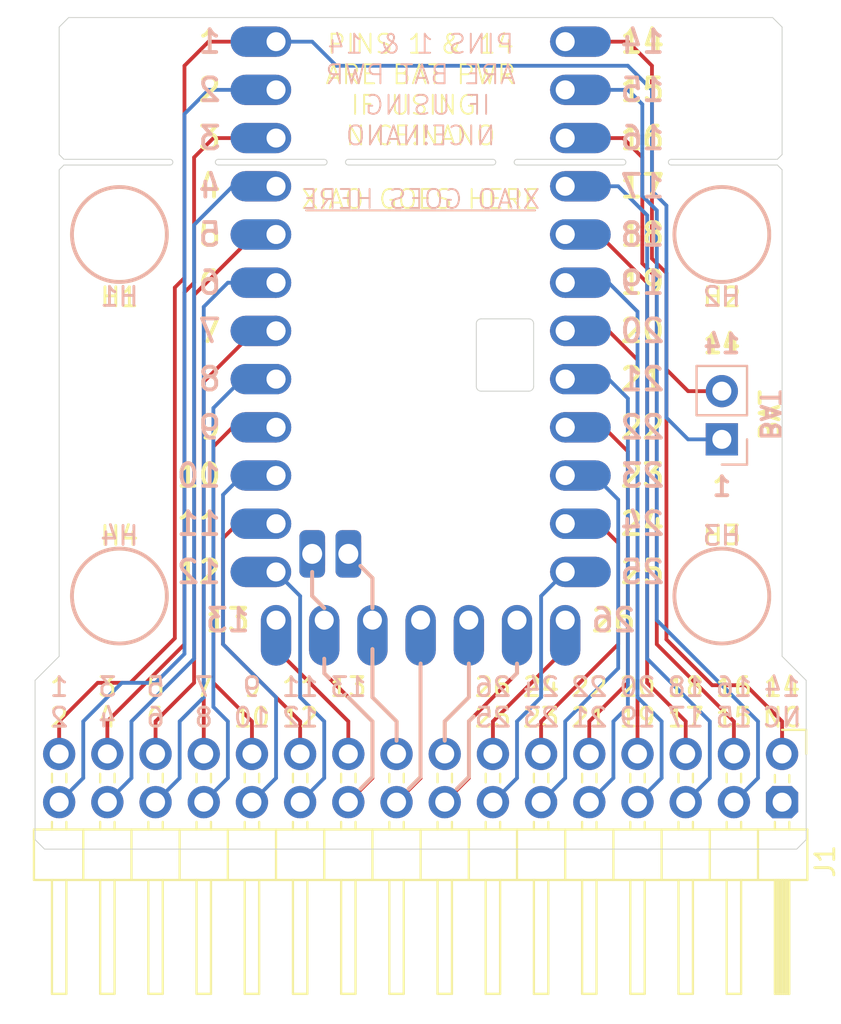
<source format=kicad_pcb>
(kicad_pcb (version 20240108) (generator "pcbnew") (generator_version "8.0")
  (layers (0 "F.Cu" signal) (31 "B.Cu" signal) (34 "B.Paste" user) (35 "F.Paste" user) (36 "B.SilkS" user "B.Silkscreen") (37 "F.SilkS" user "F.Silkscreen") (38 "B.Mask" user) (39 "F.Mask" user) (44 "Edge.Cuts" user))
  (net 0 "")
  (net 1 "19")
  (net 2 "11")
  (net 3 "26")
  (net 4 "14")
  (net 5 "7")
  (net 6 "23")
  (net 7 "8")
  (net 8 "12")
  (net 9 "16")
  (net 10 "17")
  (net 11 "6")
  (net 12 "28")
  (net 13 "31")
  (net 14 "24")
  (net 15 "29")
  (net 16 "9")
  (net 17 "5")
  (net 18 "1")
  (net 19 "18")
  (net 20 "2")
  (net 21 "32")
  (net 22 "30")
  (net 23 "13")
  (net 24 "15")
  (net 25 "4")
  (net 26 "10")
  (net 27 "25")
  (net 28 "21")
  (net 29 "22")
  (net 30 "27")
  (net 31 "3")
  (net 32 "20")
  (footprint "Connector_PinHeader_2.54mm:PinHeader_1x02_P2.54mm_Vertical" (layer "F.Cu") (at 53.975 36.195 180)
    (property "Reference" "J2" (hide yes))
    (property "Value" "Conn_01x02")
    (pad "1" thru_hole rect (at 0 0 180) (size 1.7 1.7) (drill 1) (layers "*.Cu" "*.Mask") (net 13 "31"))
    (pad "2" thru_hole oval (at 0 2.54 180) (size 1.7 1.7) (drill 1) (layers "*.Cu" "*.Mask") (net 18 "1"))
  )
  (footprint "MountingHole:MountingHole_2.2mm_M2" (layer "F.Cu") (at 53.975 25.4 180)
    (property "Reference" "H2" (at 0 -3.302 180) (layer "F.SilkS"))
    (property "Value" "MountingHole")
    (pad "" np_thru_hole circle (at 0 0 180) (size 2.2 2.2) (drill 2.2) (layers "*.Cu" "*.Mask"))
  )
  (footprint "PCM_marbastlib-xp-promicroish:Pluto_AH_USBup" (layer "F.Cu") (at 38.1 31.75)
    (property "Reference" "U1" (hide yes))
    (property "Value" "Pluto")
    (pad "1" thru_hole roundrect (at -7.62 -13.97 180) (size 3.2 1.6) (drill 1 (offset 0.8 0)) (layers "*.Cu" "*.Mask") (roundrect_rratio 0.5) (net 21 "32"))
    (pad "2" thru_hole roundrect (at -7.62 -11.43 180) (size 3.2 1.6) (drill 1 (offset 0.8 0)) (layers "*.Cu" "*.Mask") (roundrect_rratio 0.5) (net 15 "29"))
    (pad "3" thru_hole roundrect (at -7.62 -8.89 180) (size 3.2 1.6) (drill 1 (offset 0.8 0)) (layers "*.Cu" "*.Mask") (roundrect_rratio 0.5) (net 22 "30"))
    (pad "4" thru_hole roundrect (at -7.62 -6.35 180) (size 3.2 1.6) (drill 1 (offset 0.8 0)) (layers "*.Cu" "*.Mask") (roundrect_rratio 0.5) (net 30 "27"))
    (pad "5" thru_hole roundrect (at -7.62 -3.81 180) (size 3.2 1.6) (drill 1 (offset 0.8 0)) (layers "*.Cu" "*.Mask") (roundrect_rratio 0.5) (net 12 "28"))
    (pad "6" thru_hole roundrect (at -7.62 -1.27 180) (size 3.2 1.6) (drill 1 (offset 0.8 0)) (layers "*.Cu" "*.Mask") (roundrect_rratio 0.5) (net 27 "25"))
    (pad "7" thru_hole roundrect (at -7.62 1.27 180) (size 3.2 1.6) (drill 1 (offset 0.8 0)) (layers "*.Cu" "*.Mask") (roundrect_rratio 0.5) (net 3 "26"))
    (pad "8" thru_hole roundrect (at -7.62 3.81 180) (size 3.2 1.6) (drill 1 (offset 0.8 0)) (layers "*.Cu" "*.Mask") (roundrect_rratio 0.5) (net 6 "23"))
    (pad "9" thru_hole roundrect (at -7.62 6.35 180) (size 3.2 1.6) (drill 1 (offset 0.8 0)) (layers "*.Cu" "*.Mask") (roundrect_rratio 0.5) (net 14 "24"))
    (pad "10" thru_hole roundrect (at -7.62 8.89 180) (size 3.2 1.6) (drill 1 (offset 0.8 0)) (layers "*.Cu" "*.Mask") (roundrect_rratio 0.5) (net 28 "21"))
    (pad "11" thru_hole roundrect (at -7.62 11.43 180) (size 3.2 1.6) (drill 1 (offset 0.8 0)) (layers "*.Cu" "*.Mask") (roundrect_rratio 0.5) (net 29 "22"))
    (pad "12" thru_hole roundrect (at -7.62 13.97 270) (size 3.2 1.6) (drill 1 (offset 0.8 0)) (layers "*.Cu" "*.Mask") (roundrect_rratio 0.5) (net 1 "19"))
    (pad "13" thru_hole roundrect (at 7.62 -13.97) (size 3.2 1.6) (drill 1 (offset 0.8 0)) (layers "*.Cu" "*.Mask") (roundrect_rratio 0.5) (net 25 "4"))
    (pad "14" thru_hole roundrect (at 7.62 -11.43) (size 3.2 1.6) (drill 1 (offset 0.8 0)) (layers "*.Cu" "*.Mask") (roundrect_rratio 0.5) (net 31 "3"))
    (pad "15" thru_hole roundrect (at 7.62 -8.89) (size 3.2 1.6) (drill 1 (offset 0.8 0)) (layers "*.Cu" "*.Mask") (roundrect_rratio 0.5) (net 11 "6"))
    (pad "16" thru_hole roundrect (at 7.62 -6.35) (size 3.2 1.6) (drill 1 (offset 0.8 0)) (layers "*.Cu" "*.Mask") (roundrect_rratio 0.5) (net 17 "5"))
    (pad "17" thru_hole roundrect (at 7.62 -3.81) (size 3.2 1.6) (drill 1 (offset 0.8 0)) (layers "*.Cu" "*.Mask") (roundrect_rratio 0.5) (net 7 "8"))
    (pad "18" thru_hole roundrect (at 7.62 -1.27) (size 3.2 1.6) (drill 1 (offset 0.8 0)) (layers "*.Cu" "*.Mask") (roundrect_rratio 0.5) (net 5 "7"))
    (pad "19" thru_hole roundrect (at 7.62 1.27) (size 3.2 1.6) (drill 1 (offset 0.8 0)) (layers "*.Cu" "*.Mask") (roundrect_rratio 0.5) (net 26 "10"))
    (pad "20" thru_hole roundrect (at 7.62 3.81) (size 3.2 1.6) (drill 1 (offset 0.8 0)) (layers "*.Cu" "*.Mask") (roundrect_rratio 0.5) (net 16 "9"))
    (pad "21" thru_hole roundrect (at 7.62 6.35) (size 3.2 1.6) (drill 1 (offset 0.8 0)) (layers "*.Cu" "*.Mask") (roundrect_rratio 0.5) (net 8 "12"))
    (pad "22" thru_hole roundrect (at 7.62 8.89) (size 3.2 1.6) (drill 1 (offset 0.8 0)) (layers "*.Cu" "*.Mask") (roundrect_rratio 0.5) (net 2 "11"))
    (pad "23" thru_hole roundrect (at 7.62 11.43) (size 3.2 1.6) (drill 1 (offset 0.8 0)) (layers "*.Cu" "*.Mask") (roundrect_rratio 0.5) (net 4 "14"))
    (pad "24" thru_hole roundrect (at 7.62 13.97 270) (size 3.2 1.6) (drill 1 (offset 0.8 0)) (layers "*.Cu" "*.Mask") (roundrect_rratio 0.5) (net 23 "13"))
    (pad "25" thru_hole roundrect (at -5.08 13.97 270) (size 3.2 1.6) (drill 1 (offset 0.8 0)) (layers "*.Cu" "*.Mask") (roundrect_rratio 0.5) (net 32 "20"))
    (pad "26" thru_hole roundrect (at -2.54 13.97 270) (size 3.2 1.6) (drill 1 (offset 0.8 0)) (layers "*.Cu" "*.Mask") (roundrect_rratio 0.5) (net 10 "17"))
    (pad "27" thru_hole roundrect (at 0 13.97 270) (size 3.2 1.6) (drill 1 (offset 0.8 0)) (layers "*.Cu" "*.Mask") (roundrect_rratio 0.5) (net 19 "18"))
    (pad "28" thru_hole roundrect (at 2.54 13.97 270) (size 3.2 1.6) (drill 1 (offset 0.8 0)) (layers "*.Cu" "*.Mask") (roundrect_rratio 0.5) (net 24 "15"))
    (pad "29" thru_hole roundrect (at 5.08 13.97 270) (size 3.2 1.6) (drill 1 (offset 0.8 0)) (layers "*.Cu" "*.Mask") (roundrect_rratio 0.5) (net 9 "16"))
    (pad "30" thru_hole roundrect (at 7.62 -16.51) (size 3.2 1.6) (drill 1 (offset 0.8 0)) (layers "*.Cu" "*.Mask") (roundrect_rratio 0.5) (net 18 "1"))
    (pad "31" thru_hole roundrect (at -7.62 -16.51 180) (size 3.2 1.6) (drill 1 (offset 0.8 0)) (layers "*.Cu" "*.Mask") (roundrect_rratio 0.5) (net 13 "31"))
  )
  (footprint "Connector_PinHeader_2.54mm:PinHeader_2x16_P2.54mm_Horizontal" (layer "F.Cu") (at 57.15 52.77 -90)
    (property "Reference" "J1" (at 5.655 -2.27 90) (layer "F.SilkS"))
    (property "Value" "Conn_02x16_Odd_Even")
    (pad "1" thru_hole oval (at 0 0 270) (size 1.7 1.7) (drill 1) (layers "*.Cu" "*.Mask") (net 18 "1"))
    (pad "2" thru_hole roundrect (at 2.54 0 270) (size 1.7 1.7) (drill 1) (layers "*.Cu" "*.Mask") (roundrect_rratio 0) (chamfer_ratio 0.2) (chamfer top_left top_right bottom_left bottom_right) (net 20 "2"))
    (pad "3" thru_hole oval (at 0 2.54 270) (size 1.7 1.7) (drill 1) (layers "*.Cu" "*.Mask") (net 31 "3"))
    (pad "4" thru_hole oval (at 2.54 2.54 270) (size 1.7 1.7) (drill 1) (layers "*.Cu" "*.Mask") (net 25 "4"))
    (pad "5" thru_hole oval (at 0 5.079999 270) (size 1.7 1.7) (drill 1) (layers "*.Cu" "*.Mask") (net 17 "5"))
    (pad "6" thru_hole oval (at 2.54 5.08 270) (size 1.7 1.7) (drill 1) (layers "*.Cu" "*.Mask") (net 11 "6"))
    (pad "7" thru_hole oval (at 0 7.62 270) (size 1.7 1.7) (drill 1) (layers "*.Cu" "*.Mask") (net 5 "7"))
    (pad "8" thru_hole oval (at 2.54 7.62 270) (size 1.7 1.7) (drill 1) (layers "*.Cu" "*.Mask") (net 7 "8"))
    (pad "9" thru_hole oval (at 0 10.16 270) (size 1.7 1.7) (drill 1) (layers "*.Cu" "*.Mask") (net 16 "9"))
    (pad "10" thru_hole oval (at 2.54 10.16 270) (size 1.7 1.7) (drill 1) (layers "*.Cu" "*.Mask") (net 26 "10"))
    (pad "11" thru_hole oval (at 0 12.7 270) (size 1.7 1.7) (drill 1) (layers "*.Cu" "*.Mask") (net 2 "11"))
    (pad "12" thru_hole oval (at 2.54 12.7 270) (size 1.7 1.7) (drill 1) (layers "*.Cu" "*.Mask") (net 8 "12"))
    (pad "13" thru_hole oval (at 0 15.24 270) (size 1.7 1.7) (drill 1) (layers "*.Cu" "*.Mask") (net 23 "13"))
    (pad "14" thru_hole oval (at 2.54 15.24 270) (size 1.7 1.7) (drill 1) (layers "*.Cu" "*.Mask") (net 4 "14"))
    (pad "15" thru_hole oval (at 0 17.780001 270) (size 1.7 1.7) (drill 1) (layers "*.Cu" "*.Mask") (net 24 "15"))
    (pad "16" thru_hole oval (at 2.54 17.78 270) (size 1.7 1.7) (drill 1) (layers "*.Cu" "*.Mask") (net 9 "16"))
    (pad "17" thru_hole oval (at 0 20.32 270) (size 1.7 1.7) (drill 1) (layers "*.Cu" "*.Mask") (net 10 "17"))
    (pad "18" thru_hole oval (at 2.54 20.32 270) (size 1.7 1.7) (drill 1) (layers "*.Cu" "*.Mask") (net 19 "18"))
    (pad "19" thru_hole oval (at 0 22.86 270) (size 1.7 1.7) (drill 1) (layers "*.Cu" "*.Mask") (net 1 "19"))
    (pad "20" thru_hole oval (at 2.54 22.86 270) (size 1.7 1.7) (drill 1) (layers "*.Cu" "*.Mask") (net 32 "20"))
    (pad "21" thru_hole oval (at 0 25.4 270) (size 1.7 1.7) (drill 1) (layers "*.Cu" "*.Mask") (net 28 "21"))
    (pad "22" thru_hole oval (at 2.54 25.4 270) (size 1.7 1.7) (drill 1) (layers "*.Cu" "*.Mask") (net 29 "22"))
    (pad "23" thru_hole oval (at 0 27.939999 270) (size 1.7 1.7) (drill 1) (layers "*.Cu" "*.Mask") (net 6 "23"))
    (pad "24" thru_hole oval (at 2.54 27.94 270) (size 1.7 1.7) (drill 1) (layers "*.Cu" "*.Mask") (net 14 "24"))
    (pad "25" thru_hole oval (at 0 30.48 270) (size 1.7 1.7) (drill 1) (layers "*.Cu" "*.Mask") (net 27 "25"))
    (pad "26" thru_hole oval (at 2.54 30.48 270) (size 1.7 1.7) (drill 1) (layers "*.Cu" "*.Mask") (net 3 "26"))
    (pad "27" thru_hole oval (at 0 33.02 270) (size 1.7 1.7) (drill 1) (layers "*.Cu" "*.Mask") (net 30 "27"))
    (pad "28" thru_hole oval (at 2.54 33.02 270) (size 1.7 1.7) (drill 1) (layers "*.Cu" "*.Mask") (net 12 "28"))
    (pad "29" thru_hole oval (at 0 35.56 270) (size 1.7 1.7) (drill 1) (layers "*.Cu" "*.Mask") (net 15 "29"))
    (pad "30" thru_hole oval (at 2.54 35.56 270) (size 1.7 1.7) (drill 1) (layers "*.Cu" "*.Mask") (net 22 "30"))
    (pad "31" thru_hole oval (at 0 38.099999 270) (size 1.7 1.7) (drill 1) (layers "*.Cu" "*.Mask") (net 13 "31"))
    (pad "32" thru_hole oval (at 2.54 38.1 270) (size 1.7 1.7) (drill 1) (layers "*.Cu" "*.Mask") (net 21 "32"))
  )
  (footprint "MountingHole:MountingHole_2.2mm_M2" (layer "F.Cu") (at 22.225 25.4 180)
    (property "Reference" "H1" (at 0 -3.302 180) (layer "F.SilkS"))
    (property "Value" "MountingHole")
    (pad "" np_thru_hole circle (at 0 0 180) (size 2.2 2.2) (drill 2.2) (layers "*.Cu" "*.Mask"))
  )
  (footprint "MountingHole:MountingHole_2.2mm_M2" (layer "F.Cu") (at 22.225 44.45)
    (property "Reference" "H4" (at 0 -3.175 0) (layer "F.SilkS"))
    (property "Value" "MountingHole")
    (pad "" np_thru_hole circle (at 0 0) (size 2.2 2.2) (drill 2.2) (layers "*.Cu" "*.Mask"))
  )
  (footprint "MountingHole:MountingHole_2.2mm_M2" (layer "F.Cu") (at 53.975 44.45)
    (property "Reference" "H3" (at 0 -3.2 0) (layer "F.SilkS"))
    (property "Value" "MountingHole")
    (pad "" np_thru_hole circle (at 0 0) (size 2.2 2.2) (drill 2.2) (layers "*.Cu" "*.Mask"))
  )
  (footprint "PCM_marbastlib-xp-promicroish:Xiao_nRF52840_ACH" (layer "B.Cu") (at 38.1 33.02 180)
    (property "Reference" "U2" (hide yes))
    (property "Value" "Seeeduino Xiao nRF52840")
    (pad "1" thru_hole circle (at -7.62 7.62 180) (size 1.6 1.6) (drill 1) (layers "*.Cu" "*.Mask") (net 17 "5"))
    (pad "2" thru_hole circle (at -7.62 5.08 180) (size 1.6 1.6) (drill 1) (layers "*.Cu" "*.Mask") (net 7 "8"))
    (pad "3" thru_hole circle (at -7.62 2.54 180) (size 1.6 1.6) (drill 1) (layers "*.Cu" "*.Mask") (net 5 "7"))
    (pad "4" thru_hole circle (at -7.62 0 180) (size 1.6 1.6) (drill 1) (layers "*.Cu" "*.Mask") (net 26 "10"))
    (pad "5" thru_hole circle (at -7.62 -2.54 180) (size 1.6 1.6) (drill 1) (layers "*.Cu" "*.Mask") (net 16 "9"))
    (pad "6" thru_hole circle (at -7.62 -5.08 180) (size 1.6 1.6) (drill 1) (layers "*.Cu" "*.Mask") (net 8 "12"))
    (pad "7" thru_hole circle (at -7.62 -7.62 180) (size 1.6 1.6) (drill 1) (layers "*.Cu" "*.Mask") (net 2 "11"))
    (pad "8" thru_hole circle (at 7.62 7.62) (size 1.6 1.6) (drill 1) (layers "*.Cu" "*.Mask") (net 30 "27"))
    (pad "9" thru_hole circle (at 7.62 5.08) (size 1.6 1.6) (drill 1) (layers "*.Cu" "*.Mask") (net 12 "28"))
    (pad "10" thru_hole circle (at 7.62 2.54) (size 1.6 1.6) (drill 1) (layers "*.Cu" "*.Mask") (net 27 "25"))
    (pad "11" thru_hole circle (at 7.62 0) (size 1.6 1.6) (drill 1) (layers "*.Cu" "*.Mask") (net 3 "26"))
    (pad "12" thru_hole circle (at 7.62 -2.54) (size 1.6 1.6) (drill 1) (layers "*.Cu" "*.Mask") (net 6 "23"))
    (pad "13" thru_hole circle (at 7.62 -5.08 180) (size 1.6 1.6) (drill 1) (layers "*.Cu" "*.Mask") (net 14 "24"))
    (pad "14" thru_hole circle (at 7.62 -7.62 180) (size 1.6 1.6) (drill 1) (layers "*.Cu" "*.Mask") (net 28 "21"))
    (pad "17" thru_hole roundrect (at 3.81 -9.2075 90) (size 1.8 1.35) (drill 1.05) (layers "*.Cu" "*.Mask") (net 10 "17"))
    (pad "17" smd roundrect (at 3.81 -9.2075 270) (size 2.5 1.35) (layers "F.Cu" "F.Mask") (net 10 "17"))
    (pad "17" smd roundrect (at 3.81 -9.2075 90) (size 2.5 1.35) (layers "B.Cu" "B.Mask") (net 10 "17"))
    (pad "18" thru_hole roundrect (at 5.715 -9.2075 90) (size 1.8 1.35) (drill 1.05) (layers "*.Cu" "*.Mask") (net 32 "20"))
    (pad "18" smd roundrect (at 5.715 -9.2075 270) (size 2.5 1.35) (layers "F.Cu" "F.Mask") (net 32 "20"))
    (pad "18" smd roundrect (at 5.715 -9.2075 90) (size 2.5 1.35) (layers "B.Cu" "B.Mask") (net 32 "20"))
  )
  (gr_line (start 40.64 53.975001) (end 40.64 51.054) (stroke (width 0.2)) (layer "B.SilkS"))
  (gr_circle (center 22.225 25.4) (end 24.725 25.4) (stroke (width 0.2)) (fill none) (layer "B.SilkS"))
  (gr_line (start 40.005 54.61) (end 40.64 53.975) (stroke (width 0.2)) (layer "B.SilkS"))
  (gr_line (start 42.926 48.768) (end 43.18 48.514) (stroke (width 0.2)) (layer "B.SilkS"))
  (gr_line (start 40.64 49.784) (end 40.64 48.006) (stroke (width 0.2)) (layer "B.SilkS"))
  (gr_line (start 36.83 52.07) (end 36.83 51.054) (stroke (width 0.2)) (layer "B.SilkS"))
  (gr_line (start 35.56 51.054) (end 35.56 53.975) (stroke (width 0.2)) (layer "B.SilkS"))
  (gr_line (start 35.56 43.4975) (end 34.925 42.8625) (stroke (width 0.2)) (layer "B.SilkS"))
  (gr_line (start 35.56 49.784) (end 36.83 51.054) (stroke (width 0.2)) (layer "B.SilkS"))
  (gr_line (start 40.64 51.054) (end 40.894 50.8) (stroke (width 0.2)) (layer "B.SilkS"))
  (gr_circle (center 53.975 44.45) (end 56.475 44.45) (stroke (width 0.2)) (fill none) (layer "B.SilkS"))
  (gr_circle (center 22.225 44.45) (end 24.725 44.45) (stroke (width 0.2)) (fill none) (layer "B.SilkS"))
  (gr_line (start 35.56 49.784) (end 35.56 47.244) (stroke (width 0.2)) (layer "B.SilkS"))
  (gr_line (start 39.37 51.054) (end 40.64 49.784) (stroke (width 0.2)) (layer "B.SilkS"))
  (gr_line (start 37.465 54.61) (end 38.1 53.975) (stroke (width 0.2)) (layer "B.SilkS"))
  (gr_line (start 38.1 53.975) (end 38.1 48.006) (stroke (width 0.2)) (layer "B.SilkS"))
  (gr_line (start 32.385 44.45) (end 32.385 43.18) (stroke (width 0.2)) (layer "B.SilkS"))
  (gr_line (start 34.29 49.784) (end 35.56 51.054) (stroke (width 0.2)) (layer "B.SilkS"))
  (gr_line (start 39.37 51.054) (end 39.37 52.07) (stroke (width 0.2)) (layer "B.SilkS"))
  (gr_line (start 34.925 54.61) (end 35.56 53.975) (stroke (width 0.2)) (layer "B.SilkS"))
  (gr_line (start 35.56 45.085) (end 35.56 43.4975) (stroke (width 0.2)) (layer "B.SilkS"))
  (gr_line (start 32.0675 24.13) (end 44.1325 24.13) (stroke (width 0.1)) (layer "B.SilkS"))
  (gr_line (start 33.02 48.514) (end 33.274 48.768) (stroke (width 0.2)) (layer "B.SilkS"))
  (gr_line (start 32.385 44.45) (end 33.02 45.085) (stroke (width 0.2)) (layer "B.SilkS"))
  (gr_circle (center 53.975 25.4) (end 56.475 25.4) (stroke (width 0.2)) (fill none) (layer "B.SilkS"))
  (gr_line (start 43.18 48.514) (end 43.18 48.006) (stroke (width 0.2)) (layer "B.SilkS"))
  (gr_line (start 33.02 48.514) (end 33.02 47.752) (stroke (width 0.2)) (layer "B.SilkS"))
  (gr_line (start 35.56 43.4975) (end 35.56 45.085) (stroke (width 0.2)) (layer "F.SilkS"))
  (gr_line (start 35.56 51.054) (end 35.56 53.975) (stroke (width 0.2)) (layer "F.SilkS"))
  (gr_circle (center 53.975 44.45) (end 56.475 44.45) (stroke (width 0.2)) (fill none) (layer "F.SilkS"))
  (gr_line (start 40.64 48.006) (end 40.64 49.784) (stroke (width 0.2)) (layer "F.SilkS"))
  (gr_line (start 40.894 50.8) (end 40.64 51.054) (stroke (width 0.2)) (layer "F.SilkS"))
  (gr_circle (center 22.225 44.45) (end 24.725 44.45) (stroke (width 0.2)) (fill none) (layer "F.SilkS"))
  (gr_line (start 32.385 43.18) (end 32.385 44.45) (stroke (width 0.2)) (layer "F.SilkS"))
  (gr_line (start 43.18 48.006) (end 43.18 48.514) (stroke (width 0.2)) (layer "F.SilkS"))
  (gr_line (start 39.37 51.054) (end 39.37 52.07) (stroke (width 0.2)) (layer "F.SilkS"))
  (gr_line (start 36.83 51.054) (end 36.83 52.07) (stroke (width 0.2)) (layer "F.SilkS"))
  (gr_line (start 43.18 48.514) (end 42.926 48.768) (stroke (width 0.2)) (layer "F.SilkS"))
  (gr_line (start 35.56 43.4975) (end 34.925 42.8625) (stroke (width 0.2)) (layer "F.SilkS"))
  (gr_circle (center 53.975 25.4) (end 56.475 25.4) (stroke (width 0.2)) (fill none) (layer "F.SilkS"))
  (gr_line (start 40.64 51.054) (end 40.64 53.975) (stroke (width 0.2)) (layer "F.SilkS"))
  (gr_line (start 35.56 47.244) (end 35.56 49.784) (stroke (width 0.2)) (layer "F.SilkS"))
  (gr_circle (center 22.225 25.4) (end 24.725 25.4) (stroke (width 0.2)) (fill none) (layer "F.SilkS"))
  (gr_line (start 32.0675 24.13) (end 44.1325 24.13) (stroke (width 0.1)) (layer "F.SilkS"))
  (gr_line (start 33.02 47.752) (end 33.02 48.514) (stroke (width 0.2)) (layer "F.SilkS"))
  (gr_line (start 38.1 53.975) (end 37.465 54.61) (stroke (width 0.2)) (layer "F.SilkS"))
  (gr_line (start 34.29 49.784) (end 35.56 51.054) (stroke (width 0.2)) (layer "F.SilkS"))
  (gr_line (start 33.02 45.085) (end 32.385 44.45) (stroke (width 0.2)) (layer "F.SilkS"))
  (gr_line (start 35.56 49.784) (end 36.83 51.054) (stroke (width 0.2)) (layer "F.SilkS"))
  (gr_line (start 40.64 49.784) (end 39.37 51.054) (stroke (width 0.2)) (layer "F.SilkS"))
  (gr_line (start 38.1 48.006) (end 38.1 53.975) (stroke (width 0.2)) (layer "F.SilkS"))
  (gr_line (start 33.02 48.514) (end 33.274 48.768) (stroke (width 0.2)) (layer "F.SilkS"))
  (gr_line (start 35.56 53.975) (end 34.925 54.61) (stroke (width 0.2)) (layer "F.SilkS"))
  (gr_line (start 40.64 53.975) (end 40.005 54.61) (stroke (width 0.2)) (layer "F.SilkS"))
  (gr_arc (start 48.768 21.44) (mid 48.918 21.59) (end 48.768 21.74) (stroke (width 0.05)) (layer "Edge.Cuts"))
  (gr_line (start 27.432 21.44) (end 33.02 21.44) (stroke (width 0.05)) (layer "Edge.Cuts"))
  (gr_arc (start 41.285 33.655) (mid 41.108223 33.581777) (end 41.035 33.405) (stroke (width 0.05)) (layer "Edge.Cuts"))
  (gr_line (start 43.18 21.44) (end 48.768 21.44) (stroke (width 0.05)) (layer "Edge.Cuts"))
  (gr_line (start 56.9 21.74) (end 57.15 21.99) (stroke (width 0.05)) (layer "Edge.Cuts"))
  (gr_line (start 17.78 57.285) (end 18.28 57.785) (stroke (width 0.05)) (layer "Edge.Cuts"))
  (gr_line (start 44.055 30.095) (end 44.055 33.405) (stroke (width 0.05)) (layer "Edge.Cuts"))
  (gr_arc (start 27.432 21.74) (mid 27.282 21.59) (end 27.432 21.44) (stroke (width 0.05)) (layer "Edge.Cuts"))
  (gr_line (start 34.29 21.44) (end 41.91 21.44) (stroke (width 0.05)) (layer "Edge.Cuts"))
  (gr_line (start 56.65 13.97) (end 57.15 14.47) (stroke (width 0.05)) (layer "Edge.Cuts"))
  (gr_arc (start 33.02 21.44) (mid 33.17 21.59) (end 33.02 21.74) (stroke (width 0.05)) (layer "Edge.Cuts"))
  (gr_arc (start 43.18 21.74) (mid 43.03 21.59) (end 43.18 21.44) (stroke (width 0.05)) (layer "Edge.Cuts"))
  (gr_line (start 57.15 47.625) (end 58.42 48.895) (stroke (width 0.05)) (layer "Edge.Cuts"))
  (gr_line (start 19.05 47.625) (end 17.78 48.895) (stroke (width 0.05)) (layer "Edge.Cuts"))
  (gr_arc (start 34.29 21.74) (mid 34.14 21.59) (end 34.29 21.44) (stroke (width 0.05)) (layer "Edge.Cuts"))
  (gr_arc (start 24.892 21.44) (mid 25.042 21.59) (end 24.892 21.74) (stroke (width 0.05)) (layer "Edge.Cuts"))
  (gr_line (start 19.3 21.74) (end 19.05 21.99) (stroke (width 0.05)) (layer "Edge.Cuts"))
  (gr_line (start 57.92 57.785) (end 18.28 57.785) (stroke (width 0.05)) (layer "Edge.Cuts"))
  (gr_line (start 19.3 21.44) (end 24.892 21.44) (stroke (width 0.05)) (layer "Edge.Cuts"))
  (gr_line (start 58.42 57.285) (end 57.92 57.785) (stroke (width 0.05)) (layer "Edge.Cuts"))
  (gr_arc (start 44.055 33.405) (mid 43.981777 33.581777) (end 43.805 33.655) (stroke (width 0.05)) (layer "Edge.Cuts"))
  (gr_line (start 51.308 21.44) (end 56.9 21.44) (stroke (width 0.05)) (layer "Edge.Cuts"))
  (gr_arc (start 41.91 21.44) (mid 42.06 21.59) (end 41.91 21.74) (stroke (width 0.05)) (layer "Edge.Cuts"))
  (gr_line (start 56.9 21.44) (end 57.15 21.19) (stroke (width 0.05)) (layer "Edge.Cuts"))
  (gr_line (start 41.91 21.74) (end 34.29 21.74) (stroke (width 0.05)) (layer "Edge.Cuts"))
  (gr_line (start 19.05 21.19) (end 19.05 14.47) (stroke (width 0.05)) (layer "Edge.Cuts"))
  (gr_line (start 24.892 21.74) (end 19.3 21.74) (stroke (width 0.05)) (layer "Edge.Cuts"))
  (gr_line (start 43.18 21.74) (end 48.768 21.74) (stroke (width 0.05)) (layer "Edge.Cuts"))
  (gr_line (start 27.432 21.74) (end 33.02 21.74) (stroke (width 0.05)) (layer "Edge.Cuts"))
  (gr_line (start 17.78 48.895) (end 17.78 57.285) (stroke (width 0.05)) (layer "Edge.Cuts"))
  (gr_arc (start 51.308 21.74) (mid 51.158 21.59) (end 51.308 21.44) (stroke (width 0.05)) (layer "Edge.Cuts"))
  (gr_line (start 51.308 21.74) (end 56.9 21.74) (stroke (width 0.05)) (layer "Edge.Cuts"))
  (gr_arc (start 41.035 30.095) (mid 41.108223 29.918223) (end 41.285 29.845) (stroke (width 0.05)) (layer "Edge.Cuts"))
  (gr_line (start 41.285 29.845) (end 43.805 29.845) (stroke (width 0.05)) (layer "Edge.Cuts"))
  (gr_line (start 57.15 21.99) (end 57.15 47.625) (stroke (width 0.05)) (layer "Edge.Cuts"))
  (gr_line (start 19.55 13.97) (end 56.65 13.97) (stroke (width 0.05)) (layer "Edge.Cuts"))
  (gr_line (start 19.05 21.99) (end 19.05 47.625) (stroke (width 0.05)) (layer "Edge.Cuts"))
  (gr_line (start 57.15 21.19) (end 57.15 14.47) (stroke (width 0.05)) (layer "Edge.Cuts"))
  (gr_line (start 19.05 21.19) (end 19.3 21.44) (stroke (width 0.05)) (layer "Edge.Cuts"))
  (gr_line (start 19.55 13.97) (end 19.05 14.47) (stroke (width 0.05)) (layer "Edge.Cuts"))
  (gr_line (start 58.42 48.895) (end 58.42 57.285) (stroke (width 0.05)) (layer "Edge.Cuts"))
  (gr_line (start 43.805 33.655) (end 41.285 33.655) (stroke (width 0.05)) (layer "Edge.Cuts"))
  (gr_arc (start 43.805 29.845) (mid 43.981777 29.918223) (end 44.055 30.095) (stroke (width 0.05)) (layer "Edge.Cuts"))
  (gr_line (start 41.035 33.405) (end 41.035 30.095) (stroke (width 0.05)) (layer "Edge.Cuts"))
  (gr_text "H4" (at 22.225 41.275 0) (layer "B.SilkS") (effects (font (size 1 1)) (justify mirror)))
  (gr_text "H1" (at 22.225 28.677 0) (layer "B.SilkS") (effects (font (size 1 1)) (justify mirror)))
  (gr_text "24" (at 48.514 40.64 0) (layer "B.SilkS") (effects (font (size 1.2 1.2) (thickness 0.2)) (justify right mirror)))
  (gr_text "5\n6" (at 24.13 51.435 -0) (layer "B.SilkS") (effects (font (size 1 1)) (justify bottom mirror)))
  (gr_text "3\n4" (at 21.59 51.435 -0) (layer "B.SilkS") (effects (font (size 1 1)) (justify bottom mirror)))
  (gr_text "18\n17" (at 52.07 51.435 -0) (layer "B.SilkS") (effects (font (size 1 1)) (justify bottom mirror)))
  (gr_text "26" (at 46.99 45.72 0) (layer "B.SilkS") (effects (font (size 1.2 1.2) (thickness 0.2)) (justify right mirror)))
  (gr_text "18" (at 48.514 25.399999 0) (layer "B.SilkS") (effects (font (size 1.2 1.2) (thickness 0.2)) (justify right mirror)))
  (gr_text "3" (at 27.686 20.32 0) (layer "B.SilkS") (effects (font (size 1.2 1.2) (thickness 0.2)) (justify left mirror)))
  (gr_text "8" (at 27.686 33.02 0) (layer "B.SilkS") (effects (font (size 1.2 1.2) (thickness 0.2)) (justify left mirror)))
  (gr_text "11" (at 27.686 40.64 0) (layer "B.SilkS") (effects (font (size 1.2 1.2) (thickness 0.2)) (justify left mirror)))
  (gr_text "7\n8" (at 26.67 51.435 -0) (layer "B.SilkS") (effects (font (size 1 1)) (justify bottom mirror)))
  (gr_text "15" (at 48.514 17.78 0) (layer "B.SilkS") (effects (font (size 1.2 1.2) (thickness 0.2)) (justify right mirror)))
  (gr_text "BAT\n" (at 56.515 34.925 -90) (layer "B.SilkS") (effects (font (size 1 1) (thickness 0.2) (bold yes)) (justify mirror)))
  (gr_text "2" (at 27.686 17.78 0) (layer "B.SilkS") (effects (font (size 1.2 1.2) (thickness 0.2)) (justify left mirror)))
  (gr_text "9" (at 27.686 35.56 0) (layer "B.SilkS") (effects (font (size 1.2 1.2) (thickness 0.2)) (justify left mirror)))
  (gr_text "19" (at 48.514 27.939999 0) (layer "B.SilkS") (effects (font (size 1.2 1.2) (thickness 0.2)) (justify right mirror)))
  (gr_text "16\n15" (at 54.61 51.435 -0) (layer "B.SilkS") (effects (font (size 1 1)) (justify bottom mirror)))
  (gr_text "11\n12" (at 31.75 51.435 -0) (layer "B.SilkS") (effects (font (size 1 1)) (justify bottom mirror)))
  (gr_text "1\n" (at 27.686 15.24 0) (layer "B.SilkS") (effects (font (size 1.2 1.2) (thickness 0.2)) (justify left mirror)))
  (gr_text "22" (at 48.514 35.56 0) (layer "B.SilkS") (effects (font (size 1.2 1.2) (thickness 0.2)) (justify right mirror)))
  (gr_text "20\n19" (at 49.53 51.435 -0) (layer "B.SilkS") (effects (font (size 1 1)) (justify bottom mirror)))
  (gr_text "22\n21" (at 46.99 51.435 -0) (layer "B.SilkS") (effects (font (size 1 1)) (justify bottom mirror)))
  (gr_text "21" (at 48.514 33.02 0) (layer "B.SilkS") (effects (font (size 1.2 1.2) (thickness 0.2)) (justify right mirror)))
  (gr_text "26\n25" (at 41.91 51.435 -0) (layer "B.SilkS") (effects (font (size 1 1)) (justify bottom mirror)))
  (gr_text "20" (at 48.514 30.479998 0) (layer "B.SilkS") (effects (font (size 1.2 1.2) (thickness 0.2)) (justify right mirror)))
  (gr_text "16" (at 48.514 20.319999 0) (layer "B.SilkS") (effects (font (size 1.2 1.2) (thickness 0.2)) (justify right mirror)))
  (gr_text "H2" (at 53.975 28.677 0) (layer "B.SilkS") (effects (font (size 1 1)) (justify mirror)))
  (gr_text "23" (at 48.514 38.1 0) (layer "B.SilkS") (effects (font (size 1.2 1.2) (thickness 0.2)) (justify right mirror)))
  (gr_text "XIAO GOES HERE" (at 38.1 24.13 0) (layer "B.SilkS") (effects (font (size 1 1) (thickness 0.1)) (justify bottom mirror)))
  (gr_text "9\n10" (at 29.21 51.435 -0) (layer "B.SilkS") (effects (font (size 1 1)) (justify bottom mirror)))
  (gr_text "17" (at 48.514 22.859999 0) (layer "B.SilkS") (effects (font (size 1.2 1.2) (thickness 0.2)) (justify right mirror)))
  (gr_text "1\n2" (at 19.05 51.435 -0) (layer "B.SilkS") (effects (font (size 1 1)) (justify bottom mirror)))
  (gr_text "4" (at 27.686 22.86 0) (layer "B.SilkS") (effects (font (size 1.2 1.2) (thickness 0.2)) (justify left mirror)))
  (gr_text "25" (at 48.514 43.18 0) (layer "B.SilkS") (effects (font (size 1.2 1.2) (thickness 0.2)) (justify right mirror)))
  (gr_text "5" (at 27.686 25.4 0) (layer "B.SilkS") (effects (font (size 1.2 1.2) (thickness 0.2)) (justify left mirror)))
  (gr_text "14" (at 48.514 15.24 0) (layer "B.SilkS") (effects (font (size 1.2 1.2) (thickness 0.2)) (justify right mirror)))
  (gr_text "7" (at 27.686 30.48 0) (layer "B.SilkS") (effects (font (size 1.2 1.2) (thickness 0.2)) (justify left mirror)))
  (gr_text "12" (at 27.686 43.18 0) (layer "B.SilkS") (effects (font (size 1.2 1.2) (thickness 0.2)) (justify left mirror)))
  (gr_text "H3" (at 53.975 41.275 0) (layer "B.SilkS") (effects (font (size 1 1)) (justify mirror)))
  (gr_text "13\n\n" (at 34.29 51.435 0) (layer "B.SilkS") (effects (font (size 1 1)) (justify bottom mirror)))
  (gr_text "PINS 1 & 14\nARE BAT PWR\nIF USING \nNICE!NANO" (at 38.1 17.78 0) (layer "B.SilkS") (effects (font (size 1 1) (thickness 0.1)) (justify mirror)))
  (gr_text "13" (at 29.21 45.72 0) (layer "B.SilkS") (effects (font (size 1.2 1.2) (thickness 0.2)) (justify left mirror)))
  (gr_text "1" (at 53.975 38.1 0) (layer "B.SilkS") (effects (font (size 1 1) (thickness 0.2) (bold yes)) (justify top mirror)))
  (gr_text "24\n23\n" (at 44.45 51.435 -0) (layer "B.SilkS") (effects (font (size 1 1)) (justify bottom mirror)))
  (gr_text "14\nNC" (at 57.15 51.435 -0) (layer "B.SilkS") (effects (font (size 1 1)) (justify bottom mirror)))
  (gr_text "10" (at 27.686 38.1 0) (layer "B.SilkS") (effects (font (size 1.2 1.2) (thickness 0.2)) (justify left mirror)))
  (gr_text "14" (at 53.975 31.75 0) (layer "B.SilkS") (effects (font (size 1 1) (thickness 0.2) (bold yes)) (justify bottom mirror)))
  (gr_text "6" (at 27.686 27.94 0) (layer "B.SilkS") (effects (font (size 1.2 1.2) (thickness 0.2)) (justify left mirror)))
  (gr_text "11\n12" (at 31.75 51.435 0) (layer "F.SilkS") (effects (font (size 1 1)) (justify bottom)))
  (gr_text "14" (at 48.514 15.24 0) (layer "F.SilkS") (effects (font (size 1.2 1.2) (thickness 0.2)) (justify left)))
  (gr_text "23" (at 48.514 38.1 0) (layer "F.SilkS") (effects (font (size 1.2 1.2) (thickness 0.2)) (justify left)))
  (gr_text "22" (at 48.514 35.56 0) (layer "F.SilkS") (effects (font (size 1.2 1.2) (thickness 0.2)) (justify left)))
  (gr_text "21" (at 48.514 33.019999 0) (layer "F.SilkS") (effects (font (size 1.2 1.2) (thickness 0.2)) (justify left)))
  (gr_text "24" (at 48.514 40.64 0) (layer "F.SilkS") (effects (font (size 1.2 1.2) (thickness 0.2)) (justify left)))
  (gr_text "18\n17" (at 52.07 51.435 0) (layer "F.SilkS") (effects (font (size 1 1)) (justify bottom)))
  (gr_text "5" (at 27.686 25.4 0) (layer "F.SilkS") (effects (font (size 1.2 1.2) (thickness 0.2)) (justify right)))
  (gr_text "15" (at 48.514 17.78 0) (layer "F.SilkS") (effects (font (size 1.2 1.2) (thickness 0.2)) (justify left)))
  (gr_text "2" (at 27.686 17.78 0) (layer "F.SilkS") (effects (font (size 1.2 1.2) (thickness 0.2)) (justify right)))
  (gr_text "10" (at 27.686 38.1 0) (layer "F.SilkS") (effects (font (size 1.2 1.2) (thickness 0.2)) (justify right)))
  (gr_text "1" (at 53.975 38.1 -0) (layer "F.SilkS") (effects (font (size 1 1) (thickness 0.2) (bold yes)) (justify top)))
  (gr_text "25" (at 48.514 43.18 0) (layer "F.SilkS") (effects (font (size 1.2 1.2) (thickness 0.2)) (justify left)))
  (gr_text "16\n15" (at 54.61 51.435 0) (layer "F.SilkS") (effects (font (size 1 1)) (justify bottom)))
  (gr_text "22\n21" (at 46.99 51.435 0) (layer "F.SilkS") (effects (font (size 1 1)) (justify bottom)))
  (gr_text "19" (at 48.514 27.939999 0) (layer "F.SilkS") (effects (font (size 1.2 1.2) (thickness 0.2)) (justify left)))
  (gr_text "PINS 1 & 14\nARE BAT PWR\nIF USING \nNICE!NANO" (at 38.1 17.78 0) (layer "F.SilkS") (effects (font (size 1 1) (thickness 0.1))))
  (gr_text "16" (at 48.514 20.319999 0) (layer "F.SilkS") (effects (font (size 1.2 1.2) (thickness 0.2)) (justify left)))
  (gr_text "1\n" (at 27.686 15.24 0) (layer "F.SilkS") (effects (font (size 1.2 1.2) (thickness 0.2)) (justify right)))
  (gr_text "20\n19" (at 49.53 51.435 0) (layer "F.SilkS") (effects (font (size 1 1)) (justify bottom)))
  (gr_text "8" (at 27.686 33.02 0) (layer "F.SilkS") (effects (font (size 1.2 1.2) (thickness 0.2)) (justify right)))
  (gr_text "4" (at 27.686 22.86 0) (layer "F.SilkS") (effects (font (size 1.2 1.2) (thickness 0.2)) (justify right)))
  (gr_text "14" (at 53.975 31.75 -0) (layer "F.SilkS") (effects (font (size 1 1) (thickness 0.2) (bold yes)) (justify bottom)))
  (gr_text "3" (at 27.686 20.32 0) (layer "F.SilkS") (effects (font (size 1.2 1.2) (thickness 0.2)) (justify right)))
  (gr_text "11" (at 27.686 40.64 0) (layer "F.SilkS") (effects (font (size 1.2 1.2) (thickness 0.2)) (justify right)))
  (gr_text "12" (at 27.686 43.18 0) (layer "F.SilkS") (effects (font (size 1.2 1.2) (thickness 0.2)) (justify right)))
  (gr_text "13" (at 29.21 45.72 0) (layer "F.SilkS") (effects (font (size 1.2 1.2) (thickness 0.2)) (justify right)))
  (gr_text "7\n8" (at 26.67 51.435 0) (layer "F.SilkS") (effects (font (size 1 1)) (justify bottom)))
  (gr_text "17" (at 48.514 22.859999 0) (layer "F.SilkS") (effects (font (size 1.2 1.2) (thickness 0.2)) (justify left)))
  (gr_text "3\n4" (at 21.59 51.435 0) (layer "F.SilkS") (effects (font (size 1 1)) (justify bottom)))
  (gr_text "26\n25" (at 41.91 51.435 0) (layer "F.SilkS") (effects (font (size 1 1)) (justify bottom)))
  (gr_text "20" (at 48.514 30.479999 0) (layer "F.SilkS") (effects (font (size 1.2 1.2) (thickness 0.2)) (justify left)))
  (gr_text "7" (at 27.686 30.48 0) (layer "F.SilkS") (effects (font (size 1.2 1.2) (thickness 0.2)) (justify right)))
  (gr_text "9" (at 27.686 35.56 0) (layer "F.SilkS") (effects (font (size 1.2 1.2) (thickness 0.2)) (justify right)))
  (gr_text "5\n6" (at 24.13 51.435 0) (layer "F.SilkS") (effects (font (size 1 1)) (justify bottom)))
  (gr_text "BAT" (at 56.515 34.925 90) (layer "F.SilkS") (effects (font (size 1 1) (thickness 0.2) (bold yes))))
  (gr_text "24\n23\n" (at 44.45 51.435 0) (layer "F.SilkS") (effects (font (size 1 1)) (justify bottom)))
  (gr_text "1\n2" (at 19.05 51.435 0) (layer "F.SilkS") (effects (font (size 1 1)) (justify bottom)))
  (gr_text "13\n\n" (at 34.29 51.435 0) (layer "F.SilkS") (effects (font (size 1 1)) (justify bottom)))
  (gr_text "6" (at 27.686 27.94 0) (layer "F.SilkS") (effects (font (size 1.2 1.2) (thickness 0.2)) (justify right)))
  (gr_text "9\n10" (at 29.21 51.435 0) (layer "F.SilkS") (effects (font (size 1 1)) (justify bottom)))
  (gr_text "26" (at 46.99 45.72 0) (layer "F.SilkS") (effects (font (size 1.2 1.2) (thickness 0.2)) (justify left)))
  (gr_text "XIAO GOES HERE" (at 38.1 24.13 -0) (layer "F.SilkS") (effects (font (size 1 1) (thickness 0.1)) (justify bottom)))
  (gr_text "18" (at 48.514 25.399999 0) (layer "F.SilkS") (effects (font (size 1.2 1.2) (thickness 0.2)) (justify left)))
  (gr_text "14\nNC" (at 57.15 51.435 0) (layer "F.SilkS") (effects (font (size 1 1)) (justify bottom)))
  (segment (start 34.29 51.054) (end 34.29 52.77) (width 0.2) (layer "F.Cu") (net 1))
  (segment (start 30.48 47.244) (end 34.29 51.054) (width 0.2) (layer "F.Cu") (net 1))
  (segment (start 44.45 52.77) (end 44.45 51.054) (width 0.2) (layer "F.Cu") (net 2))
  (segment (start 48.514 41.656) (end 47.498 40.64) (width 0.2) (layer "F.Cu") (net 2))
  (segment (start 44.45 51.054) (end 48.514 46.99) (width 0.2) (layer "F.Cu") (net 2))
  (segment (start 48.514 46.99) (end 48.514 41.656) (width 0.2) (layer "F.Cu") (net 2))
  (segment (start 30.48 33.02) (end 28.702 33.02) (width 0.2) (layer "B.Cu") (net 3))
  (segment (start 27.178 34.544) (end 27.178 50.292) (width 0.2) (layer "B.Cu") (net 3))
  (segment (start 27.178 50.292) (end 27.94 51.054) (width 0.2) (layer "B.Cu") (net 3))
  (segment (start 27.94 54.04) (end 26.67 55.31) (width 0.2) (layer "B.Cu") (net 3))
  (segment (start 27.94 51.054) (end 27.94 54.04) (width 0.2) (layer "B.Cu") (net 3))
  (segment (start 28.702 33.02) (end 27.178 34.544) (width 0.2) (layer "B.Cu") (net 3))
  (segment (start 43.18 51.054) (end 44.45 49.784) (width 0.2) (layer "B.Cu") (net 4))
  (segment (start 44.45 49.784) (end 44.45 44.45) (width 0.2) (layer "B.Cu") (net 4))
  (segment (start 44.45 44.45) (end 45.72 43.18) (width 0.2) (layer "B.Cu") (net 4))
  (segment (start 43.18 54.04) (end 43.18 51.054) (width 0.2) (layer "B.Cu") (net 4))
  (segment (start 41.91 55.31) (end 43.18 54.04) (width 0.2) (layer "B.Cu") (net 4))
  (segment (start 48.006 30.48) (end 49.53 32.004) (width 0.2) (layer "F.Cu") (net 5))
  (segment (start 45.72 30.48) (end 48.006 30.48) (width 0.2) (layer "F.Cu") (net 5))
  (segment (start 49.53 32.004) (end 49.53 52.77) (width 0.2) (layer "F.Cu") (net 5))
  (segment (start 28.194 35.56) (end 27.178 36.576) (width 0.2) (layer "F.Cu") (net 6))
  (segment (start 29.21 51.054) (end 29.210001 52.77) (width 0.2) (layer "F.Cu") (net 6))
  (segment (start 27.178 36.576) (end 27.178 49.022) (width 0.2) (layer "F.Cu") (net 6))
  (segment (start 30.48 35.56) (end 28.194 35.56) (width 0.2) (layer "F.Cu") (net 6))
  (segment (start 27.178 49.022) (end 29.21 51.054) (width 0.2) (layer "F.Cu") (net 6))
  (segment (start 48.006 27.94) (end 49.53 29.464) (width 0.2) (layer "B.Cu") (net 7))
  (segment (start 49.53 49.784) (end 50.8 51.054) (width 0.2) (layer "B.Cu") (net 7))
  (segment (start 49.53 29.464) (end 49.53 49.784) (width 0.2) (layer "B.Cu") (net 7))
  (segment (start 50.8 51.054) (end 50.8 54.04) (width 0.2) (layer "B.Cu") (net 7))
  (segment (start 50.8 54.04) (end 49.53 55.31) (width 0.2) (layer "B.Cu") (net 7))
  (segment (start 45.72 27.94) (end 48.006 27.94) (width 0.2) (layer "B.Cu") (net 7))
  (segment (start 48.514 39.37) (end 48.514 48.26) (width 0.2) (layer "B.Cu") (net 8))
  (segment (start 45.72 54.04) (end 44.45 55.31) (width 0.2) (layer "B.Cu") (net 8))
  (segment (start 47.244 38.1) (end 48.514 39.37) (width 0.2) (layer "B.Cu") (net 8))
  (segment (start 45.72 38.1) (end 47.244 38.1) (width 0.2) (layer "B.Cu") (net 8))
  (segment (start 48.514 48.26) (end 45.72 51.054) (width 0.2) (layer "B.Cu") (net 8))
  (segment (start 45.72 51.054) (end 45.72 54.04) (width 0.2) (layer "B.Cu") (net 8))
  (segment (start 40.64 54.04) (end 39.37 55.31) (width 0.2) (layer "F.Cu") (net 9))
  (segment (start 43.18 48.514) (end 40.64 51.054) (width 0.2) (layer "F.Cu") (net 9))
  (segment (start 43.18 45.72) (end 43.18 48.514) (width 0.2) (layer "F.Cu") (net 9))
  (segment (start 40.64 51.054) (end 40.64 54.04) (width 0.2) (layer "F.Cu") (net 9))
  (segment (start 36.83 52.77) (end 36.83 51.054) (width 0.2) (layer "F.Cu") (net 10))
  (segment (start 35.56 49.784) (end 36.83 51.054) (width 0.2) (layer "F.Cu") (net 10))
  (segment (start 35.56 45.72) (end 35.56 49.784) (width 0.2) (layer "F.Cu") (net 10))
  (segment (start 35.56 43.4975) (end 34.29 42.2275) (width 0.2) (layer "F.Cu") (net 10))
  (segment (start 35.56 45.72) (end 35.56 43.4975) (width 0.2) (layer "F.Cu") (net 10))
  (segment (start 53.34 54.04) (end 52.07 55.31) (width 0.2) (layer "B.Cu") (net 11))
  (segment (start 53.34 51.054) (end 53.34 54.04) (width 0.2) (layer "B.Cu") (net 11))
  (segment (start 45.72 22.86) (end 48.514 22.86) (width 0.2) (layer "B.Cu") (net 11))
  (segment (start 50.038 47.752) (end 53.34 51.054) (width 0.2) (layer "B.Cu") (net 11))
  (segment (start 50.038 24.384) (end 50.038 47.752) (width 0.2) (layer "B.Cu") (net 11))
  (segment (start 48.514 22.86) (end 50.038 24.384) (width 0.2) (layer "B.Cu") (net 11))
  (segment (start 27.94 27.94) (end 26.67 29.21) (width 0.2) (layer "B.Cu") (net 12))
  (segment (start 26.67 49.784) (end 25.4 51.054) (width 0.2) (layer "B.Cu") (net 12))
  (segment (start 30.48 27.94) (end 27.94 27.94) (width 0.2) (layer "B.Cu") (net 12))
  (segment (start 25.4 54.04) (end 24.13 55.31) (width 0.2) (layer "B.Cu") (net 12))
  (segment (start 25.4 51.054) (end 25.4 54.04) (width 0.2) (layer "B.Cu") (net 12))
  (segment (start 26.67 29.21) (end 26.67 49.784) (width 0.2) (layer "B.Cu") (net 12))
  (segment (start 19.05 51.054) (end 19.050001 52.77) (width 0.2) (layer "F.Cu") (net 13))
  (segment (start 25.146 28.194) (end 25.146 46.674001) (width 0.2) (layer "F.Cu") (net 13))
  (segment (start 25.146 46.674001) (end 22.798002 49.022) (width 0.2) (layer "F.Cu") (net 13))
  (segment (start 25.654 16.51) (end 25.654 27.686) (width 0.2) (layer "F.Cu") (net 13))
  (segment (start 21.082 49.022) (end 19.05 51.054) (width 0.2) (layer "F.Cu") (net 13))
  (segment (start 26.924 15.24) (end 25.654 16.51) (width 0.2) (layer "F.Cu") (net 13))
  (segment (start 30.48 15.24) (end 26.924 15.24) (width 0.2) (layer "F.Cu") (net 13))
  (segment (start 25.654 27.686) (end 25.146 28.194) (width 0.2) (layer "F.Cu") (net 13))
  (segment (start 22.798002 49.022) (end 21.082 49.022) (width 0.2) (layer "F.Cu") (net 13))
  (segment (start 30.48 15.24) (end 32.385 15.24) (width 0.2) (layer "B.Cu") (net 13))
  (segment (start 50.292 23.114) (end 51.054 23.876) (width 0.2) (layer "B.Cu") (net 13))
  (segment (start 51.054 35.052) (end 52.197 36.195) (width 0.2) (layer "B.Cu") (net 13))
  (segment (start 50.292 17.78) (end 50.292 23.114) (width 0.2) (layer "B.Cu") (net 13))
  (segment (start 51.054 23.876) (end 51.054 35.052) (width 0.2) (layer "B.Cu") (net 13))
  (segment (start 49.022 16.51) (end 50.292 17.78) (width 0.2) (layer "B.Cu") (net 13))
  (segment (start 33.655 16.51) (end 49.022 16.51) (width 0.2) (layer "B.Cu") (net 13))
  (segment (start 52.197 36.195) (end 53.975 36.195) (width 0.2) (layer "B.Cu") (net 13))
  (segment (start 32.385 15.24) (end 33.655 16.51) (width 0.2) (layer "B.Cu") (net 13))
  (segment (start 30.48 54.04) (end 29.21 55.31) (width 0.2) (layer "B.Cu") (net 14))
  (segment (start 27.686 46.99) (end 30.48 49.784) (width 0.2) (layer "B.Cu") (net 14))
  (segment (start 30.48 49.784) (end 30.48 54.04) (width 0.2) (layer "B.Cu") (net 14))
  (segment (start 27.686 39.116) (end 27.686 46.99) (width 0.2) (layer "B.Cu") (net 14))
  (segment (start 28.702 38.1) (end 27.686 39.116) (width 0.2) (layer "B.Cu") (net 14))
  (segment (start 26.162 21.336) (end 26.162 27.94) (width 0.2) (layer "F.Cu") (net 15))
  (segment (start 21.59 51.054) (end 21.59 52.77) (width 0.2) (layer "F.Cu") (net 15))
  (segment (start 27.178 20.32) (end 26.162 21.336) (width 0.2) (layer "F.Cu") (net 15))
  (segment (start 25.654 46.99) (end 21.59 51.054) (width 0.2) (layer "F.Cu") (net 15))
  (segment (start 25.654 28.448) (end 25.654 46.99) (width 0.2) (layer "F.Cu") (net 15))
  (segment (start 26.162 27.94) (end 25.654 28.448) (width 0.2) (layer "F.Cu") (net 15))
  (segment (start 30.48 20.32) (end 27.178 20.32) (width 0.2) (layer "F.Cu") (net 15))
  (segment (start 49.022 36.83) (end 49.022 49.022) (width 0.2) (layer "F.Cu") (net 16))
  (segment (start 46.99 51.054) (end 46.99 52.77) (width 0.2) (layer "F.Cu") (net 16))
  (segment (start 47.752 35.56) (end 49.022 36.83) (width 0.2) (layer "F.Cu") (net 16))
  (segment (start 49.022 49.022) (end 46.99 51.054) (width 0.2) (layer "F.Cu") (net 16))
  (segment (start 45.72 35.56) (end 47.752 35.56) (width 0.2) (layer "F.Cu") (net 16))
  (segment (start 50.038 49.022) (end 52.07 51.054) (width 0.2) (layer "F.Cu") (net 17))
  (segment (start 52.07 51.054) (end 52.070001 52.77) (width 0.2) (layer "F.Cu") (net 17))
  (segment (start 45.72 25.4) (end 47.498 25.4) (width 0.2) (layer "F.Cu") (net 17))
  (segment (start 47.498 25.4) (end 50.038 27.94) (width 0.2) (layer "F.Cu") (net 17))
  (segment (start 50.038 27.94) (end 50.038 49.022) (width 0.2) (layer "F.Cu") (net 17))
  (segment (start 45.72 15.24) (end 49.022 15.24) (width 0.2) (layer "F.Cu") (net 18))
  (segment (start 50.292 16.51) (end 50.292 26.67) (width 0.2) (layer "F.Cu") (net 18))
  (segment (start 50.292 26.67) (end 51.054 27.432) (width 0.2) (layer "F.Cu") (net 18))
  (segment (start 55.245 49.149) (end 53.467 49.149) (width 0.2) (layer "F.Cu") (net 18))
  (segment (start 52.197 33.655) (end 51.054 32.512) (width 0.2) (layer "F.Cu") (net 18))
  (segment (start 51.054 27.432) (end 51.054 32.512) (width 0.2) (layer "F.Cu") (net 18))
  (segment (start 53.467 49.149) (end 51.054 46.736) (width 0.2) (layer "F.Cu") (net 18))
  (segment (start 53.975 33.655) (end 52.197 33.655) (width 0.2) (layer "F.Cu") (net 18))
  (segment (start 57.15 51.054) (end 55.245 49.149) (width 0.2) (layer "F.Cu") (net 18))
  (segment (start 51.054 46.736) (end 51.054 32.512) (width 0.2) (layer "F.Cu") (net 18))
  (segment (start 57.15 52.77) (end 57.15 51.054) (width 0.2) (layer "F.Cu") (net 18))
  (segment (start 49.022 15.24) (end 50.292 16.51) (width 0.2) (layer "F.Cu") (net 18))
  (segment (start 38.1 54.04) (end 38.1 45.72) (width 0.2) (layer "F.Cu") (net 19))
  (segment (start 36.83 55.31) (end 38.1 54.04) (width 0.2) (layer "F.Cu") (net 19))
  (segment (start 24.13 49.022) (end 22.352 49.022) (width 0.2) (layer "B.Cu") (net 21))
  (segment (start 22.352 49.022) (end 20.32 51.054) (width 0.2) (layer "B.Cu") (net 21))
  (segment (start 20.32 51.054) (end 20.32 54.04) (width 0.2) (layer "B.Cu") (net 21))
  (segment (start 26.924 17.78) (end 25.654 19.05) (width 0.2) (layer "B.Cu") (net 21))
  (segment (start 30.48 17.78) (end 26.924 17.78) (width 0.2) (layer "B.Cu") (net 21))
  (segment (start 25.654 19.05) (end 25.654 47.498) (width 0.2) (layer "B.Cu") (net 21))
  (segment (start 25.654 47.498) (end 24.13 49.022) (width 0.2) (layer "B.Cu") (net 21))
  (segment (start 20.32 54.04) (end 19.05 55.31) (width 0.2) (layer "B.Cu") (net 21))
  (segment (start 26.162 47.752) (end 22.86 51.054) (width 0.2) (layer "B.Cu") (net 22))
  (segment (start 30.48 22.86) (end 28.194 22.86) (width 0.2) (layer "B.Cu") (net 22))
  (segment (start 28.194 22.86) (end 26.162 24.892) (width 0.2) (layer "B.Cu") (net 22))
  (segment (start 26.162 24.892) (end 26.162 47.752) (width 0.2) (layer "B.Cu") (net 22))
  (segment (start 22.86 51.054) (end 22.86 54.04) (width 0.2) (layer "B.Cu") (net 22))
  (segment (start 22.86 54.04) (end 21.59 55.31) (width 0.2) (layer "B.Cu") (net 22))
  (segment (start 45.72 47.244) (end 41.91 51.054) (width 0.2) (layer "F.Cu") (net 23))
  (segment (start 41.91 51.054) (end 41.91 52.77) (width 0.2) (layer "F.Cu") (net 23))
  (segment (start 39.369999 52.77) (end 39.369999 51.054) (width 0.2) (layer "F.Cu") (net 24))
  (segment (start 40.64 45.72) (end 40.64 49.783999) (width 0.2) (layer "F.Cu") (net 24))
  (segment (start 40.64 49.783999) (end 39.369999 51.054) (width 0.2) (layer "F.Cu") (net 24))
  (segment (start 49.784 18.542) (end 49.784 23.368) (width 0.2) (layer "B.Cu") (net 25))
  (segment (start 50.546 24.13) (end 50.546 45.72) (width 0.2) (layer "B.Cu") (net 25))
  (segment (start 45.72 17.78) (end 49.022 17.78) (width 0.2) (layer "B.Cu") (net 25))
  (segment (start 50.546 45.72) (end 55.88 51.054) (width 0.2) (layer "B.Cu") (net 25))
  (segment (start 55.88 54.04) (end 54.61 55.31) (width 0.2) (layer "B.Cu") (net 25))
  (segment (start 49.022 17.78) (end 49.784 18.542) (width 0.2) (layer "B.Cu") (net 25))
  (segment (start 55.88 51.054) (end 55.88 54.04) (width 0.2) (layer "B.Cu") (net 25))
  (segment (start 49.784 23.368) (end 50.546 24.13) (width 0.2) (layer "B.Cu") (net 25))
  (segment (start 45.72 33.02) (end 48.006 33.02) (width 0.2) (layer "B.Cu") (net 26))
  (segment (start 48.26 51.054) (end 48.26 54.04) (width 0.2) (layer "B.Cu") (net 26))
  (segment (start 49.022 34.036) (end 49.022 50.292) (width 0.2) (layer "B.Cu") (net 26))
  (segment (start 48.006 33.02) (end 49.022 34.036) (width 0.2) (layer "B.Cu") (net 26))
  (segment (start 48.26 54.04) (end 46.99 55.31) (width 0.2) (layer "B.Cu") (net 26))
  (segment (start 49.022 50.292) (end 48.26 51.054) (width 0.2) (layer "B.Cu") (net 26))
  (segment (start 26.67 33.15863) (end 26.67 52.77) (width 0.2) (layer "F.Cu") (net 27))
  (segment (start 29.34863 30.48) (end 26.67 33.15863) (width 0.2) (layer "F.Cu") (net 27))
  (segment (start 30.48 30.48) (end 29.34863 30.48) (width 0.2) (layer "F.Cu") (net 27))
  (segment (start 31.75 52.77) (end 31.75 51.054) (width 0.2) (layer "F.Cu") (net 28))
  (segment (start 31.75 51.054) (end 27.686 46.99) (width 0.2) (layer "F.Cu") (net 28))
  (segment (start 27.686 41.402) (end 28.448 40.64) (width 0.2) (layer "F.Cu") (net 28))
  (segment (start 27.686 46.99) (end 27.686 41.402) (width 0.2) (layer "F.Cu") (net 28))
  (segment (start 33.02 54.04) (end 31.75 55.31) (width 0.2) (layer "B.Cu") (net 29))
  (segment (start 30.48 43.18) (end 31.75 44.45) (width 0.2) (layer "B.Cu") (net 29))
  (segment (start 33.02 51.054) (end 33.02 54.04) (width 0.2) (layer "B.Cu") (net 29))
  (segment (start 31.75 44.45) (end 31.75 49.784) (width 0.2) (layer "B.Cu") (net 29))
  (segment (start 31.75 49.784) (end 33.02 51.054) (width 0.2) (layer "B.Cu") (net 29))
  (segment (start 29.34863 25.4) (end 30.48 25.4) (width 0.2) (layer "F.Cu") (net 30))
  (segment (start 26.162 28.58663) (end 29.34863 25.4) (width 0.2) (layer "F.Cu") (net 30))
  (segment (start 24.13 52.77) (end 24.13 51.054) (width 0.2) (layer "F.Cu") (net 30))
  (segment (start 24.13 51.054) (end 26.162 49.022) (width 0.2) (layer "F.Cu") (net 30))
  (segment (start 26.162 49.022) (end 26.162 28.58663) (width 0.2) (layer "F.Cu") (net 30))
  (segment (start 49.784 26.924) (end 50.546 27.686) (width 0.2) (layer "F.Cu") (net 31))
  (segment (start 50.546 27.686) (end 50.546 46.99) (width 0.2) (layer "F.Cu") (net 31))
  (segment (start 54.61 51.054) (end 54.61 52.77) (width 0.2) (layer "F.Cu") (net 31))
  (segment (start 45.72 20.32) (end 48.768 20.32) (width 0.2) (layer "F.Cu") (net 31))
  (segment (start 48.768 20.32) (end 49.784 21.336) (width 0.2) (layer "F.Cu") (net 31))
  (segment (start 50.546 46.99) (end 54.61 51.054) (width 0.2) (layer "F.Cu") (net 31))
  (segment (start 49.784 21.336) (end 49.784 26.924) (width 0.2) (layer "F.Cu") (net 31))
  (segment (start 33.02 45.72) (end 33.02 48.514) (width 0.2) (layer "F.Cu") (net 32))
  (segment (start 35.56 54.04) (end 34.29 55.31) (width 0.2) (layer "F.Cu") (net 32))
  (segment (start 33.02 48.514) (end 35.56 51.054) (width 0.2) (layer "F.Cu") (net 32))
  (segment (start 32.385 44.45) (end 32.385 42.2275) (width 0.2) (layer "F.Cu") (net 32))
  (segment (start 35.56 51.054) (end 35.56 54.04) (width 0.2) (layer "F.Cu") (net 32))
  (segment (start 33.02 45.085) (end 32.385 44.45) (width 0.2) (layer "F.Cu") (net 32))
)
</source>
